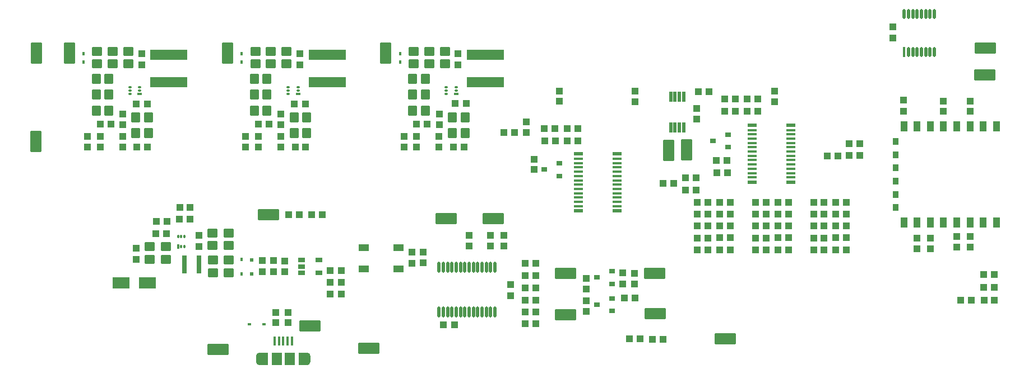
<source format=gbr>
G04*
G04 #@! TF.GenerationSoftware,Altium Limited,Altium Designer,22.4.2 (48)*
G04*
G04 Layer_Color=8421504*
%FSLAX44Y44*%
%MOMM*%
G71*
G04*
G04 #@! TF.SameCoordinates,C02FB5F5-7DDD-4E4A-B98E-A3E591FA83C8*
G04*
G04*
G04 #@! TF.FilePolarity,Positive*
G04*
G01*
G75*
%ADD19C,0.5000*%
%ADD20O,0.4500X1.7000*%
%ADD21R,1.3500X0.4000*%
%ADD22R,1.3500X0.6000*%
G04:AMPARAMS|DCode=23|XSize=3.3mm|YSize=1.7mm|CornerRadius=0.2125mm|HoleSize=0mm|Usage=FLASHONLY|Rotation=180.000|XOffset=0mm|YOffset=0mm|HoleType=Round|Shape=RoundedRectangle|*
%AMROUNDEDRECTD23*
21,1,3.3000,1.2750,0,0,180.0*
21,1,2.8750,1.7000,0,0,180.0*
1,1,0.4250,-1.4375,0.6375*
1,1,0.4250,1.4375,0.6375*
1,1,0.4250,1.4375,-0.6375*
1,1,0.4250,-1.4375,-0.6375*
%
%ADD23ROUNDEDRECTD23*%
G04:AMPARAMS|DCode=24|XSize=3.3mm|YSize=1.7mm|CornerRadius=0.2125mm|HoleSize=0mm|Usage=FLASHONLY|Rotation=90.000|XOffset=0mm|YOffset=0mm|HoleType=Round|Shape=RoundedRectangle|*
%AMROUNDEDRECTD24*
21,1,3.3000,1.2750,0,0,90.0*
21,1,2.8750,1.7000,0,0,90.0*
1,1,0.4250,0.6375,1.4375*
1,1,0.4250,0.6375,-1.4375*
1,1,0.4250,-0.6375,-1.4375*
1,1,0.4250,-0.6375,1.4375*
%
%ADD24ROUNDEDRECTD24*%
G04:AMPARAMS|DCode=25|XSize=1mm|YSize=1.1mm|CornerRadius=0.075mm|HoleSize=0mm|Usage=FLASHONLY|Rotation=180.000|XOffset=0mm|YOffset=0mm|HoleType=Round|Shape=RoundedRectangle|*
%AMROUNDEDRECTD25*
21,1,1.0000,0.9500,0,0,180.0*
21,1,0.8500,1.1000,0,0,180.0*
1,1,0.1500,-0.4250,0.4750*
1,1,0.1500,0.4250,0.4750*
1,1,0.1500,0.4250,-0.4750*
1,1,0.1500,-0.4250,-0.4750*
%
%ADD25ROUNDEDRECTD25*%
G04:AMPARAMS|DCode=26|XSize=1mm|YSize=1.1mm|CornerRadius=0.075mm|HoleSize=0mm|Usage=FLASHONLY|Rotation=90.000|XOffset=0mm|YOffset=0mm|HoleType=Round|Shape=RoundedRectangle|*
%AMROUNDEDRECTD26*
21,1,1.0000,0.9500,0,0,90.0*
21,1,0.8500,1.1000,0,0,90.0*
1,1,0.1500,0.4750,0.4250*
1,1,0.1500,0.4750,-0.4250*
1,1,0.1500,-0.4750,-0.4250*
1,1,0.1500,-0.4750,0.4250*
%
%ADD26ROUNDEDRECTD26*%
%ADD27R,0.9000X1.0000*%
%ADD28R,1.0000X1.6000*%
%ADD29R,0.4000X1.3500*%
%ADD30R,1.5000X1.9000*%
%ADD31R,0.6700X0.3000*%
%ADD32O,0.6700X0.3000*%
%ADD33O,0.4500X1.5000*%
%ADD34R,0.4500X1.5000*%
G04:AMPARAMS|DCode=35|XSize=1.1mm|YSize=1mm|CornerRadius=0.075mm|HoleSize=0mm|Usage=FLASHONLY|Rotation=270.000|XOffset=0mm|YOffset=0mm|HoleType=Round|Shape=RoundedRectangle|*
%AMROUNDEDRECTD35*
21,1,1.1000,0.8500,0,0,270.0*
21,1,0.9500,1.0000,0,0,270.0*
1,1,0.1500,-0.4250,-0.4750*
1,1,0.1500,-0.4250,0.4750*
1,1,0.1500,0.4250,0.4750*
1,1,0.1500,0.4250,-0.4750*
%
%ADD35ROUNDEDRECTD35*%
%ADD36R,0.5900X0.4500*%
G04:AMPARAMS|DCode=37|XSize=0.59mm|YSize=0.45mm|CornerRadius=0.0338mm|HoleSize=0mm|Usage=FLASHONLY|Rotation=90.000|XOffset=0mm|YOffset=0mm|HoleType=Round|Shape=RoundedRectangle|*
%AMROUNDEDRECTD37*
21,1,0.5900,0.3825,0,0,90.0*
21,1,0.5225,0.4500,0,0,90.0*
1,1,0.0675,0.1913,0.2612*
1,1,0.0675,0.1913,-0.2612*
1,1,0.0675,-0.1913,-0.2612*
1,1,0.0675,-0.1913,0.2612*
%
%ADD37ROUNDEDRECTD37*%
G04:AMPARAMS|DCode=38|XSize=1.1mm|YSize=1mm|CornerRadius=0.1mm|HoleSize=0mm|Usage=FLASHONLY|Rotation=270.000|XOffset=0mm|YOffset=0mm|HoleType=Round|Shape=RoundedRectangle|*
%AMROUNDEDRECTD38*
21,1,1.1000,0.8000,0,0,270.0*
21,1,0.9000,1.0000,0,0,270.0*
1,1,0.2000,-0.4000,-0.4500*
1,1,0.2000,-0.4000,0.4500*
1,1,0.2000,0.4000,0.4500*
1,1,0.2000,0.4000,-0.4500*
%
%ADD38ROUNDEDRECTD38*%
G04:AMPARAMS|DCode=39|XSize=0.6mm|YSize=0.9mm|CornerRadius=0.045mm|HoleSize=0mm|Usage=FLASHONLY|Rotation=270.000|XOffset=0mm|YOffset=0mm|HoleType=Round|Shape=RoundedRectangle|*
%AMROUNDEDRECTD39*
21,1,0.6000,0.8100,0,0,270.0*
21,1,0.5100,0.9000,0,0,270.0*
1,1,0.0900,-0.4050,-0.2550*
1,1,0.0900,-0.4050,0.2550*
1,1,0.0900,0.4050,0.2550*
1,1,0.0900,0.4050,-0.2550*
%
%ADD39ROUNDEDRECTD39*%
G04:AMPARAMS|DCode=40|XSize=1.1mm|YSize=0.6mm|CornerRadius=0.03mm|HoleSize=0mm|Usage=FLASHONLY|Rotation=0.000|XOffset=0mm|YOffset=0mm|HoleType=Round|Shape=RoundedRectangle|*
%AMROUNDEDRECTD40*
21,1,1.1000,0.5400,0,0,0.0*
21,1,1.0400,0.6000,0,0,0.0*
1,1,0.0600,0.5200,-0.2700*
1,1,0.0600,-0.5200,-0.2700*
1,1,0.0600,-0.5200,0.2700*
1,1,0.0600,0.5200,0.2700*
%
%ADD40ROUNDEDRECTD40*%
%ADD41R,0.3000X0.6700*%
%ADD42O,0.3000X0.6700*%
G04:AMPARAMS|DCode=43|XSize=0.45mm|YSize=1.55mm|CornerRadius=0.0495mm|HoleSize=0mm|Usage=FLASHONLY|Rotation=180.000|XOffset=0mm|YOffset=0mm|HoleType=Round|Shape=RoundedRectangle|*
%AMROUNDEDRECTD43*
21,1,0.4500,1.4510,0,0,180.0*
21,1,0.3510,1.5500,0,0,180.0*
1,1,0.0990,-0.1755,0.7255*
1,1,0.0990,0.1755,0.7255*
1,1,0.0990,0.1755,-0.7255*
1,1,0.0990,-0.1755,-0.7255*
%
%ADD43ROUNDEDRECTD43*%
G04:AMPARAMS|DCode=44|XSize=1.1mm|YSize=1mm|CornerRadius=0.075mm|HoleSize=0mm|Usage=FLASHONLY|Rotation=0.000|XOffset=0mm|YOffset=0mm|HoleType=Round|Shape=RoundedRectangle|*
%AMROUNDEDRECTD44*
21,1,1.1000,0.8500,0,0,0.0*
21,1,0.9500,1.0000,0,0,0.0*
1,1,0.1500,0.4750,-0.4250*
1,1,0.1500,-0.4750,-0.4250*
1,1,0.1500,-0.4750,0.4250*
1,1,0.1500,0.4750,0.4250*
%
%ADD44ROUNDEDRECTD44*%
G04:AMPARAMS|DCode=45|XSize=1.3mm|YSize=1.5mm|CornerRadius=0.0975mm|HoleSize=0mm|Usage=FLASHONLY|Rotation=0.000|XOffset=0mm|YOffset=0mm|HoleType=Round|Shape=RoundedRectangle|*
%AMROUNDEDRECTD45*
21,1,1.3000,1.3050,0,0,0.0*
21,1,1.1050,1.5000,0,0,0.0*
1,1,0.1950,0.5525,-0.6525*
1,1,0.1950,-0.5525,-0.6525*
1,1,0.1950,-0.5525,0.6525*
1,1,0.1950,0.5525,0.6525*
%
%ADD45ROUNDEDRECTD45*%
G04:AMPARAMS|DCode=46|XSize=1.1mm|YSize=1mm|CornerRadius=0.1mm|HoleSize=0mm|Usage=FLASHONLY|Rotation=180.000|XOffset=0mm|YOffset=0mm|HoleType=Round|Shape=RoundedRectangle|*
%AMROUNDEDRECTD46*
21,1,1.1000,0.8000,0,0,180.0*
21,1,0.9000,1.0000,0,0,180.0*
1,1,0.2000,-0.4500,0.4000*
1,1,0.2000,0.4500,0.4000*
1,1,0.2000,0.4500,-0.4000*
1,1,0.2000,-0.4500,-0.4000*
%
%ADD46ROUNDEDRECTD46*%
%ADD47R,0.4000X0.4800*%
G04:AMPARAMS|DCode=48|XSize=1.3mm|YSize=1.5mm|CornerRadius=0.0975mm|HoleSize=0mm|Usage=FLASHONLY|Rotation=90.000|XOffset=0mm|YOffset=0mm|HoleType=Round|Shape=RoundedRectangle|*
%AMROUNDEDRECTD48*
21,1,1.3000,1.3050,0,0,90.0*
21,1,1.1050,1.5000,0,0,90.0*
1,1,0.1950,0.6525,0.5525*
1,1,0.1950,0.6525,-0.5525*
1,1,0.1950,-0.6525,-0.5525*
1,1,0.1950,-0.6525,0.5525*
%
%ADD48ROUNDEDRECTD48*%
%ADD49R,5.6000X1.6500*%
%ADD50R,0.8000X2.7000*%
G04:AMPARAMS|DCode=51|XSize=1.55mm|YSize=1mm|CornerRadius=0.075mm|HoleSize=0mm|Usage=FLASHONLY|Rotation=0.000|XOffset=0mm|YOffset=0mm|HoleType=Round|Shape=RoundedRectangle|*
%AMROUNDEDRECTD51*
21,1,1.5500,0.8500,0,0,0.0*
21,1,1.4000,1.0000,0,0,0.0*
1,1,0.1500,0.7000,-0.4250*
1,1,0.1500,-0.7000,-0.4250*
1,1,0.1500,-0.7000,0.4250*
1,1,0.1500,0.7000,0.4250*
%
%ADD51ROUNDEDRECTD51*%
%ADD52R,0.4500X0.5900*%
%ADD53R,2.5000X1.7000*%
G36*
X469800Y110400D02*
X464800D01*
X464800Y119400D01*
X469800D01*
Y110400D01*
D02*
G37*
G36*
X482800Y105400D02*
X469800D01*
Y124400D01*
X482800D01*
Y105400D01*
D02*
G37*
G36*
X541800D02*
X528800D01*
Y124400D01*
X541800D01*
Y105400D01*
D02*
G37*
G36*
X546800Y110400D02*
X541800D01*
Y119400D01*
X546800D01*
X546800Y110400D01*
D02*
G37*
D19*
X472300Y110400D02*
G03*
X472300Y110400I-2500J0D01*
G01*
Y119400D02*
G03*
X472300Y119400I-2500J0D01*
G01*
X544300Y110400D02*
G03*
X544300Y110400I-2500J0D01*
G01*
Y119400D02*
G03*
X544300Y119400I-2500J0D01*
G01*
D20*
X825496Y185549D02*
D03*
Y253549D02*
D03*
X818996Y185549D02*
D03*
Y253549D02*
D03*
X812496Y185549D02*
D03*
Y253549D02*
D03*
X805996Y185549D02*
D03*
Y253549D02*
D03*
X799496Y185549D02*
D03*
Y253549D02*
D03*
X792996Y185549D02*
D03*
Y253549D02*
D03*
X786496Y185549D02*
D03*
Y253549D02*
D03*
X779996Y185549D02*
D03*
Y253549D02*
D03*
X773496Y185549D02*
D03*
Y253549D02*
D03*
X766996Y185549D02*
D03*
Y253549D02*
D03*
X760496Y185549D02*
D03*
Y253549D02*
D03*
X753996Y185549D02*
D03*
Y253549D02*
D03*
X747496Y185549D02*
D03*
Y253549D02*
D03*
X740996Y185549D02*
D03*
Y253549D02*
D03*
D21*
X1010259Y404758D02*
D03*
Y411258D02*
D03*
Y417758D02*
D03*
Y398258D02*
D03*
Y391758D02*
D03*
X951758D02*
D03*
Y398258D02*
D03*
Y417758D02*
D03*
Y411258D02*
D03*
Y404758D02*
D03*
Y385258D02*
D03*
Y378758D02*
D03*
Y372258D02*
D03*
Y365758D02*
D03*
Y346258D02*
D03*
Y352757D02*
D03*
Y359258D02*
D03*
X1010259D02*
D03*
Y352757D02*
D03*
Y346258D02*
D03*
Y365758D02*
D03*
Y372258D02*
D03*
Y378758D02*
D03*
Y385258D02*
D03*
X1272259Y448258D02*
D03*
Y454758D02*
D03*
Y461258D02*
D03*
Y441758D02*
D03*
Y435258D02*
D03*
X1213758D02*
D03*
Y441758D02*
D03*
Y461258D02*
D03*
Y454758D02*
D03*
Y448258D02*
D03*
Y428758D02*
D03*
Y422258D02*
D03*
Y415758D02*
D03*
Y409258D02*
D03*
Y389757D02*
D03*
Y396258D02*
D03*
Y402758D02*
D03*
X1272259D02*
D03*
Y396258D02*
D03*
Y389757D02*
D03*
Y409258D02*
D03*
Y415758D02*
D03*
Y422258D02*
D03*
Y428758D02*
D03*
D22*
X951758Y425258D02*
D03*
Y338758D02*
D03*
X1010259D02*
D03*
Y425258D02*
D03*
X1213758Y468758D02*
D03*
Y382258D02*
D03*
X1272259D02*
D03*
Y468758D02*
D03*
D23*
X822750Y327250D02*
D03*
X752000D02*
D03*
X1066500Y244000D02*
D03*
X1067500Y183000D02*
D03*
X932500Y244000D02*
D03*
Y182000D02*
D03*
X546000Y165000D02*
D03*
X483050Y332950D02*
D03*
X1565500Y545250D02*
D03*
X1173750Y145000D02*
D03*
X407500Y128750D02*
D03*
X634750Y130750D02*
D03*
X1566200Y585550D02*
D03*
D24*
X1114750Y431250D02*
D03*
X1088200Y430950D02*
D03*
X133000Y578000D02*
D03*
X421584Y577496D02*
D03*
X182542D02*
D03*
X660626D02*
D03*
X132450Y443700D02*
D03*
D25*
X1037390Y504180D02*
D03*
Y520180D02*
D03*
X922890Y504680D02*
D03*
Y520680D02*
D03*
X508390Y246680D02*
D03*
Y262680D02*
D03*
X1543390Y300180D02*
D03*
Y284180D02*
D03*
X1523390Y299930D02*
D03*
Y283930D02*
D03*
X873360Y458070D02*
D03*
Y474070D02*
D03*
X1130110Y478070D02*
D03*
Y494070D02*
D03*
X1247640Y519930D02*
D03*
Y503930D02*
D03*
X468210Y451560D02*
D03*
Y435560D02*
D03*
X263424Y469928D02*
D03*
Y485928D02*
D03*
X263170Y435638D02*
D03*
Y451638D02*
D03*
X502212Y435638D02*
D03*
Y451638D02*
D03*
X502466Y469928D02*
D03*
Y485928D02*
D03*
X229168Y451560D02*
D03*
Y435560D02*
D03*
X741508Y469928D02*
D03*
Y485928D02*
D03*
X707252Y451560D02*
D03*
Y435560D02*
D03*
X741254Y435638D02*
D03*
Y451638D02*
D03*
X786390Y285680D02*
D03*
Y301680D02*
D03*
X819140Y285930D02*
D03*
Y301930D02*
D03*
X494890Y169430D02*
D03*
Y185430D02*
D03*
X512890Y169430D02*
D03*
Y185430D02*
D03*
X717360Y276070D02*
D03*
Y260070D02*
D03*
X963610Y202570D02*
D03*
Y186570D02*
D03*
X963500Y221000D02*
D03*
Y237000D02*
D03*
X1503140Y489430D02*
D03*
Y505430D02*
D03*
X1483360Y297570D02*
D03*
Y281570D02*
D03*
X1543140Y489430D02*
D03*
Y505430D02*
D03*
X1036610Y244570D02*
D03*
Y228570D02*
D03*
X1463140Y281430D02*
D03*
Y297430D02*
D03*
X884890Y401430D02*
D03*
Y417430D02*
D03*
D26*
X1376930Y422610D02*
D03*
X1360930D02*
D03*
X1172820Y489640D02*
D03*
X1188820D02*
D03*
X1206570D02*
D03*
X1222570D02*
D03*
X1129180Y370610D02*
D03*
X1113180D02*
D03*
X900570Y445140D02*
D03*
X916570D02*
D03*
X935070D02*
D03*
X951070D02*
D03*
X1360820Y440890D02*
D03*
X1376820D02*
D03*
X1188430Y508610D02*
D03*
X1172430D02*
D03*
X1222430D02*
D03*
X1206430D02*
D03*
X1113320Y388890D02*
D03*
X1129320D02*
D03*
X916430Y463610D02*
D03*
X900430D02*
D03*
X950750Y463500D02*
D03*
X934750D02*
D03*
X855320Y457390D02*
D03*
X839320D02*
D03*
X1146930Y279860D02*
D03*
X1130930D02*
D03*
X1146930Y297860D02*
D03*
X1130930D02*
D03*
X1146930Y315860D02*
D03*
X1130930D02*
D03*
X1146930Y333860D02*
D03*
X1130930D02*
D03*
X1146930Y351860D02*
D03*
X1130930D02*
D03*
X1234930Y279860D02*
D03*
X1218930D02*
D03*
X1234930Y297860D02*
D03*
X1218930D02*
D03*
X1234930Y315860D02*
D03*
X1218930D02*
D03*
X1234930Y333860D02*
D03*
X1218930D02*
D03*
X1234930Y351860D02*
D03*
X1218930D02*
D03*
X1322930Y279860D02*
D03*
X1306930D02*
D03*
X1322930Y297860D02*
D03*
X1306930D02*
D03*
X1322930Y315860D02*
D03*
X1306930D02*
D03*
X1322930Y333860D02*
D03*
X1306930D02*
D03*
X1322930Y351860D02*
D03*
X1306930D02*
D03*
X1175930Y415360D02*
D03*
X1159930D02*
D03*
X1529320Y203640D02*
D03*
X1545320D02*
D03*
X1132820Y519890D02*
D03*
X1148820D02*
D03*
X539742Y435796D02*
D03*
X523742D02*
D03*
X300700D02*
D03*
X284700D02*
D03*
X468272Y470120D02*
D03*
X484272D02*
D03*
X229230D02*
D03*
X245230D02*
D03*
X778784Y435796D02*
D03*
X762784D02*
D03*
X707314Y470120D02*
D03*
X723314D02*
D03*
X871180Y204010D02*
D03*
X887180D02*
D03*
X871180Y241010D02*
D03*
X887180D02*
D03*
X871180Y186010D02*
D03*
X887180D02*
D03*
X871180Y168010D02*
D03*
X887180D02*
D03*
X313680Y304610D02*
D03*
X329680D02*
D03*
X349180Y326610D02*
D03*
X365180D02*
D03*
X330070Y323140D02*
D03*
X314070D02*
D03*
X365320Y344390D02*
D03*
X349320D02*
D03*
X1044821Y145035D02*
D03*
X1028821D02*
D03*
X530320Y332890D02*
D03*
X514320D02*
D03*
X1020930Y207110D02*
D03*
X1036930D02*
D03*
X1095320Y380890D02*
D03*
X1079320D02*
D03*
X1343500Y422500D02*
D03*
X1327500D02*
D03*
D27*
X1431250Y344000D02*
D03*
Y364000D02*
D03*
Y384000D02*
D03*
Y404000D02*
D03*
Y424000D02*
D03*
Y444000D02*
D03*
D28*
X1443250Y467000D02*
D03*
X1463250D02*
D03*
X1483250D02*
D03*
X1503250D02*
D03*
X1523250D02*
D03*
X1543250D02*
D03*
X1563250D02*
D03*
X1583250D02*
D03*
Y321000D02*
D03*
X1563250D02*
D03*
X1543250D02*
D03*
X1523250D02*
D03*
X1503250D02*
D03*
X1483250D02*
D03*
X1463250D02*
D03*
X1443250D02*
D03*
D29*
X492800Y141900D02*
D03*
X499300D02*
D03*
X505800D02*
D03*
X512300D02*
D03*
X518800D02*
D03*
D30*
X495800Y114900D02*
D03*
X515800D02*
D03*
D31*
X288888Y516204D02*
D03*
X527930D02*
D03*
X766972D02*
D03*
D32*
X288888Y521204D02*
D03*
Y526204D02*
D03*
X274088Y516204D02*
D03*
Y521204D02*
D03*
Y526204D02*
D03*
X513130D02*
D03*
Y521204D02*
D03*
Y516204D02*
D03*
X527930Y526204D02*
D03*
Y521204D02*
D03*
X752172Y526204D02*
D03*
Y521204D02*
D03*
Y516204D02*
D03*
X766972Y526204D02*
D03*
Y521204D02*
D03*
D33*
X1489250Y637500D02*
D03*
X1482750D02*
D03*
X1476250D02*
D03*
X1469750D02*
D03*
X1463250D02*
D03*
X1456750D02*
D03*
X1450250D02*
D03*
X1443750D02*
D03*
X1489250Y579500D02*
D03*
X1482750D02*
D03*
X1476250D02*
D03*
X1469750D02*
D03*
X1463250D02*
D03*
X1456750D02*
D03*
X1450250D02*
D03*
D34*
X1443750D02*
D03*
D35*
X1426700Y617480D02*
D03*
Y600480D02*
D03*
X490800Y246520D02*
D03*
Y263520D02*
D03*
X473800Y246520D02*
D03*
Y263520D02*
D03*
X530866Y560306D02*
D03*
Y577306D02*
D03*
X291824Y560306D02*
D03*
Y577306D02*
D03*
X769908Y560306D02*
D03*
Y577306D02*
D03*
X848950Y227230D02*
D03*
Y210230D02*
D03*
X699950Y276230D02*
D03*
Y259230D02*
D03*
X284050Y265770D02*
D03*
Y282770D02*
D03*
X378450Y302230D02*
D03*
Y285230D02*
D03*
X1442950Y506730D02*
D03*
Y489730D02*
D03*
X1018800Y228270D02*
D03*
Y245270D02*
D03*
D36*
X476900Y167500D02*
D03*
X455100D02*
D03*
D37*
X458150Y243600D02*
D03*
Y264700D02*
D03*
D38*
X1165000Y280150D02*
D03*
X1181000D02*
D03*
X1253000D02*
D03*
X1269000D02*
D03*
X1340000D02*
D03*
X1356000D02*
D03*
X1165000Y298150D02*
D03*
X1181000D02*
D03*
X1253000D02*
D03*
X1269000D02*
D03*
X1340000D02*
D03*
X1356000D02*
D03*
X1165000Y316150D02*
D03*
X1181000D02*
D03*
X1253000D02*
D03*
X1269000D02*
D03*
X1340000D02*
D03*
X1356000D02*
D03*
X1165000Y334150D02*
D03*
X1181000D02*
D03*
X1253000D02*
D03*
X1269000D02*
D03*
X1340000D02*
D03*
X1356000D02*
D03*
X1165000Y352150D02*
D03*
X1181000D02*
D03*
X1253000D02*
D03*
X1269000D02*
D03*
X1340000D02*
D03*
X1356000D02*
D03*
X1176500Y396850D02*
D03*
X1160500D02*
D03*
X1580250Y203850D02*
D03*
X1564250D02*
D03*
X1579750Y242350D02*
D03*
X1563750D02*
D03*
X1580000Y223100D02*
D03*
X1564000D02*
D03*
X887250Y222500D02*
D03*
X871250D02*
D03*
X887250Y259500D02*
D03*
X871250D02*
D03*
X1079750Y144750D02*
D03*
X1063750D02*
D03*
X565000Y333000D02*
D03*
X549000D02*
D03*
D39*
X1154960Y445020D02*
D03*
X1177960Y454520D02*
D03*
Y435520D02*
D03*
X979500Y238000D02*
D03*
X1002500Y247500D02*
D03*
Y228500D02*
D03*
X979460Y196770D02*
D03*
X1002460Y206270D02*
D03*
Y187270D02*
D03*
X923000Y392000D02*
D03*
Y411000D02*
D03*
X900000Y401500D02*
D03*
D40*
X559500Y245250D02*
D03*
X533500Y264250D02*
D03*
Y254750D02*
D03*
Y245250D02*
D03*
X559500Y264250D02*
D03*
D41*
X346750Y285100D02*
D03*
D42*
X351750D02*
D03*
X356750D02*
D03*
X346750Y299900D02*
D03*
X351750D02*
D03*
X356750D02*
D03*
D43*
X1110680Y511750D02*
D03*
X1104180D02*
D03*
X1097680D02*
D03*
X1091180D02*
D03*
X1110680Y465250D02*
D03*
X1104180D02*
D03*
X1097680D02*
D03*
X1091180D02*
D03*
D44*
X522312Y501200D02*
D03*
X539312D02*
D03*
X283270D02*
D03*
X300270D02*
D03*
X765032Y501504D02*
D03*
X782032D02*
D03*
X764980Y166550D02*
D03*
X747980D02*
D03*
X576770Y212950D02*
D03*
X593770D02*
D03*
X576770Y230950D02*
D03*
X593770D02*
D03*
X576770Y248950D02*
D03*
X593770D02*
D03*
D45*
X522230Y456714D02*
D03*
X541230D02*
D03*
X522230Y480844D02*
D03*
X541230D02*
D03*
X481318Y490952D02*
D03*
X462318D02*
D03*
X481318Y515082D02*
D03*
X462318D02*
D03*
X481318Y538958D02*
D03*
X462318D02*
D03*
X242276Y490952D02*
D03*
X223276D02*
D03*
X242276Y515082D02*
D03*
X223276D02*
D03*
X242276Y538958D02*
D03*
X223276D02*
D03*
X283188Y456714D02*
D03*
X302188D02*
D03*
X283188Y480844D02*
D03*
X302188D02*
D03*
X720360Y515082D02*
D03*
X701360D02*
D03*
X720360Y538958D02*
D03*
X701360D02*
D03*
X720360Y490952D02*
D03*
X701360D02*
D03*
X761272Y480844D02*
D03*
X780272D02*
D03*
X761272Y456714D02*
D03*
X780272D02*
D03*
D46*
X448908Y451884D02*
D03*
Y435884D02*
D03*
X209866Y451884D02*
D03*
Y435884D02*
D03*
X687950Y451884D02*
D03*
Y435884D02*
D03*
X838650Y302000D02*
D03*
Y286000D02*
D03*
D47*
X443174Y563960D02*
D03*
Y577160D02*
D03*
X204132Y563960D02*
D03*
Y577160D02*
D03*
X682216Y563960D02*
D03*
Y577160D02*
D03*
D48*
X463642Y561626D02*
D03*
Y580626D02*
D03*
X487264Y561626D02*
D03*
Y580626D02*
D03*
X510886Y561626D02*
D03*
Y580626D02*
D03*
X271844Y561626D02*
D03*
Y580626D02*
D03*
X248222Y561626D02*
D03*
Y580626D02*
D03*
X224600Y561626D02*
D03*
Y580626D02*
D03*
X702684Y561626D02*
D03*
Y580626D02*
D03*
X726306Y561626D02*
D03*
Y580626D02*
D03*
X749928Y561626D02*
D03*
Y580626D02*
D03*
X399110Y305450D02*
D03*
Y286450D02*
D03*
X304390Y265550D02*
D03*
Y284550D02*
D03*
X328390Y265550D02*
D03*
Y284550D02*
D03*
X423110Y305450D02*
D03*
Y286450D02*
D03*
X423390Y245550D02*
D03*
Y264550D02*
D03*
X399390Y245550D02*
D03*
Y264550D02*
D03*
D49*
X572206Y534062D02*
D03*
Y575562D02*
D03*
X333164Y534062D02*
D03*
Y575562D02*
D03*
X811248Y534062D02*
D03*
Y575562D02*
D03*
D50*
X356750Y257500D02*
D03*
X378750D02*
D03*
D51*
X627000Y282900D02*
D03*
X679500D02*
D03*
X627000Y250900D02*
D03*
X679500D02*
D03*
D52*
X442750Y265400D02*
D03*
Y243600D02*
D03*
D53*
X301000Y230000D02*
D03*
X261000D02*
D03*
M02*

</source>
